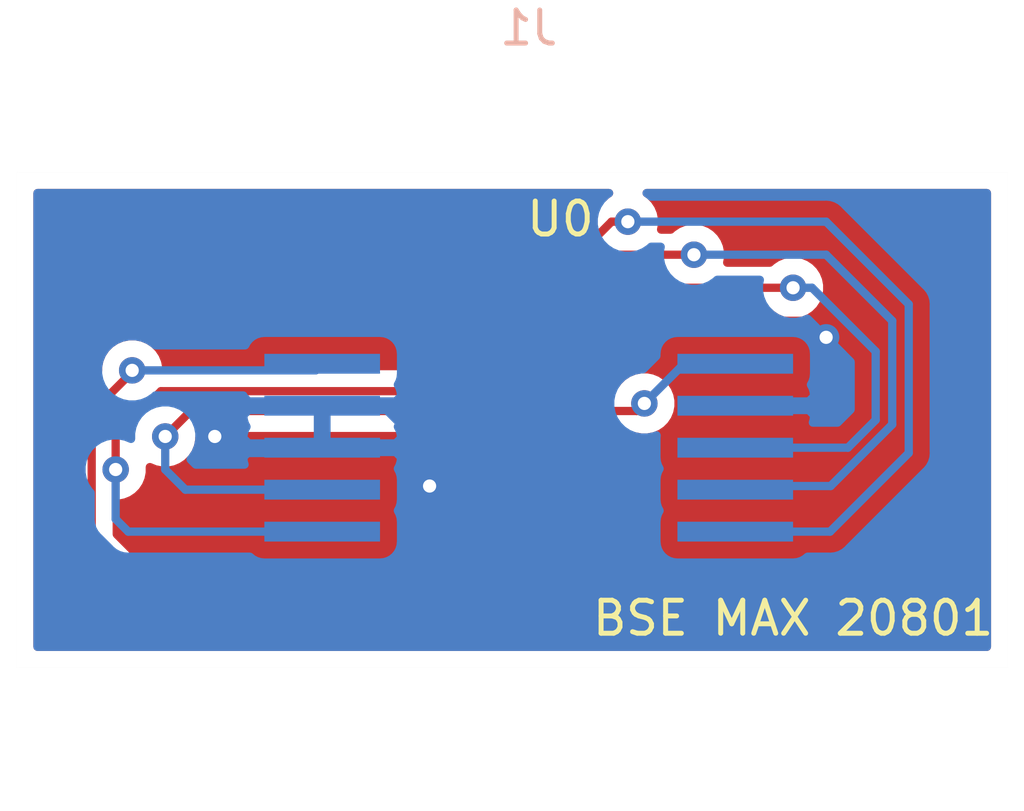
<source format=kicad_pcb>
(kicad_pcb (version 20171130) (host pcbnew "(5.1.10)-1")

  (general
    (thickness 1.6)
    (drawings 5)
    (tracks 84)
    (zones 0)
    (modules 2)
    (nets 9)
  )

  (page A4)
  (title_block
    (title "MAX 20801")
    (rev v01)
    (comment 4 "Author: BSE")
  )

  (layers
    (0 F.Cu signal)
    (31 B.Cu signal)
    (32 B.Adhes user)
    (33 F.Adhes user)
    (34 B.Paste user)
    (35 F.Paste user)
    (36 B.SilkS user)
    (37 F.SilkS user)
    (38 B.Mask user)
    (39 F.Mask user)
    (40 Dwgs.User user)
    (41 Cmts.User user)
    (42 Eco1.User user)
    (43 Eco2.User user)
    (44 Edge.Cuts user)
    (45 Margin user)
    (46 B.CrtYd user)
    (47 F.CrtYd user)
    (48 B.Fab user)
    (49 F.Fab user)
  )

  (setup
    (last_trace_width 0.25)
    (trace_clearance 0.2)
    (zone_clearance 0.508)
    (zone_45_only no)
    (trace_min 0.006)
    (via_size 0.8)
    (via_drill 0.4)
    (via_min_size 0.4)
    (via_min_drill 0.3)
    (uvia_size 0.3)
    (uvia_drill 0.1)
    (uvias_allowed no)
    (uvia_min_size 0.2)
    (uvia_min_drill 0.1)
    (edge_width 0.05)
    (segment_width 0.2)
    (pcb_text_width 0.3)
    (pcb_text_size 1.5 1.5)
    (mod_edge_width 0.12)
    (mod_text_size 1 1)
    (mod_text_width 0.15)
    (pad_size 1.524 1.524)
    (pad_drill 0.762)
    (pad_to_mask_clearance 0)
    (aux_axis_origin 0 0)
    (visible_elements 7FFFFFFF)
    (pcbplotparams
      (layerselection 0x010fc_ffffffff)
      (usegerberextensions true)
      (usegerberattributes true)
      (usegerberadvancedattributes true)
      (creategerberjobfile true)
      (excludeedgelayer true)
      (linewidth 0.100000)
      (plotframeref false)
      (viasonmask false)
      (mode 1)
      (useauxorigin false)
      (hpglpennumber 1)
      (hpglpenspeed 20)
      (hpglpendiameter 15.000000)
      (psnegative false)
      (psa4output false)
      (plotreference true)
      (plotvalue false)
      (plotinvisibletext false)
      (padsonsilk false)
      (subtractmaskfromsilk false)
      (outputformat 1)
      (mirror false)
      (drillshape 0)
      (scaleselection 1)
      (outputdirectory "gerbers/"))
  )

  (net 0 "")
  (net 1 "Net-(J1-Pad1)")
  (net 2 "Net-(J1-Pad10)")
  (net 3 "Net-(J1-Pad9)")
  (net 4 "Net-(J1-Pad2)")
  (net 5 GND)
  (net 6 "Net-(J1-Pad5)")
  (net 7 "Net-(J1-Pad8)")
  (net 8 "Net-(J1-Pad6)")

  (net_class Default "This is the default net class."
    (clearance 0.2)
    (trace_width 0.25)
    (via_dia 0.8)
    (via_drill 0.4)
    (uvia_dia 0.3)
    (uvia_drill 0.1)
    (add_net GND)
    (add_net "Net-(J1-Pad1)")
    (add_net "Net-(J1-Pad10)")
    (add_net "Net-(J1-Pad2)")
    (add_net "Net-(J1-Pad5)")
    (add_net "Net-(J1-Pad6)")
    (add_net "Net-(J1-Pad8)")
    (add_net "Net-(J1-Pad9)")
  )

  (module MAX20801:PinHeader (layer B.Cu) (tedit 6179E920) (tstamp 618C6802)
    (at 75.5 98.34)
    (path /617A6B1C)
    (fp_text reference J1 (at 0 -12.7) (layer B.SilkS)
      (effects (font (size 1 1) (thickness 0.15)) (justify mirror))
    )
    (fp_text value Conn_02x05_Counter_Clockwise (at 0 10.16) (layer B.Fab)
      (effects (font (size 1 1) (thickness 0.15)) (justify mirror))
    )
    (pad 1 smd rect (at -6.25 2.54) (size 3.5 0.6) (layers B.Cu B.Paste B.Mask)
      (net 1 "Net-(J1-Pad1)"))
    (pad 10 smd rect (at 6.25 2.54) (size 3.5 0.6) (layers B.Cu B.Paste B.Mask)
      (net 2 "Net-(J1-Pad10)"))
    (pad 9 smd rect (at 6.25 1.27) (size 3.5 0.6) (layers B.Cu B.Paste B.Mask)
      (net 3 "Net-(J1-Pad9)"))
    (pad 2 smd rect (at -6.25 1.27) (size 3.5 0.6) (layers B.Cu B.Paste B.Mask)
      (net 4 "Net-(J1-Pad2)"))
    (pad 3 smd rect (at -6.25 0) (size 3.5 0.6) (layers B.Cu B.Paste B.Mask)
      (net 5 GND))
    (pad 4 smd rect (at -6.25 -1.27) (size 3.5 0.6) (layers B.Cu B.Paste B.Mask)
      (net 5 GND))
    (pad 5 smd rect (at -6.25 -2.54) (size 3.5 0.6) (layers B.Cu B.Paste B.Mask)
      (net 6 "Net-(J1-Pad5)"))
    (pad 8 smd rect (at 6.25 0) (size 3.5 0.6) (layers B.Cu B.Paste B.Mask)
      (net 7 "Net-(J1-Pad8)"))
    (pad 7 smd rect (at 6.25 -1.27) (size 3.5 0.6) (layers B.Cu B.Paste B.Mask)
      (net 5 GND))
    (pad 6 smd rect (at 6.25 -2.54) (size 3.5 0.6) (layers B.Cu B.Paste B.Mask)
      (net 8 "Net-(J1-Pad6)"))
  )

  (module MAX20801:MAX20801 (layer F.Cu) (tedit 618C6594) (tstamp 618C6810)
    (at 79 96.5)
    (path /6163421A)
    (fp_text reference U0 (at -2.54 -5.08) (layer F.SilkS)
      (effects (font (size 1 1) (thickness 0.15)))
    )
    (fp_text value MAX20801 (at -2.54 7.62) (layer F.Fab)
      (effects (font (size 1 1) (thickness 0.15)))
    )
    (pad 10 smd rect (at -4.4735 -0.789) (size 1.213 0.962) (layers F.Cu F.Paste F.Mask)
      (net 2 "Net-(J1-Pad10)"))
    (pad 8 smd rect (at -2.0855 -0.789) (size 1.213 0.962) (layers F.Cu F.Paste F.Mask)
      (net 7 "Net-(J1-Pad8)"))
    (pad 9 smd rect (at -3.2795 -0.751) (size 0.625 1.038) (layers F.Cu F.Paste F.Mask)
      (net 3 "Net-(J1-Pad9)"))
    (pad 1 smd rect (at -4.561 0.1295) (size 1.038 0.325) (layers F.Cu F.Paste F.Mask)
      (net 1 "Net-(J1-Pad1)"))
    (pad 2 smd rect (at -4.561 0.7295) (size 1.038 0.325) (layers F.Cu F.Paste F.Mask)
      (net 4 "Net-(J1-Pad2)"))
    (pad 7 smd rect (at -1.999 0.1295) (size 1.038 0.325) (layers F.Cu F.Paste F.Mask)
      (net 5 GND))
    (pad 6 smd rect (at -1.999 0.7295) (size 1.038 0.325) (layers F.Cu F.Paste F.Mask)
      (net 8 "Net-(J1-Pad6)"))
    (pad 3 smd rect (at -4.4735 1.5795) (size 1.213 0.825) (layers F.Cu F.Paste F.Mask)
      (net 5 GND))
    (pad 4 smd rect (at -4.4735 3.6985) (size 1.213 2.862999) (layers F.Cu F.Paste F.Mask)
      (net 5 GND))
    (pad 5 smd rect (at -2.0865 3.1485) (size 1.213 3.963) (layers F.Cu F.Paste F.Mask)
      (net 6 "Net-(J1-Pad5)"))
  )

  (gr_text "BSE MAX 20801" (at 83.5 103.5) (layer F.SilkS)
    (effects (font (size 1 1) (thickness 0.15)))
  )
  (gr_line (start 60 90) (end 60 105) (layer Edge.Cuts) (width 0.001) (tstamp 6183220E))
  (gr_line (start 90 105) (end 60 105) (layer Edge.Cuts) (width 0.001))
  (gr_line (start 90 90) (end 90 105) (layer Edge.Cuts) (width 0.001))
  (gr_line (start 60 90) (end 90 90) (layer Edge.Cuts) (width 0.001))

  (segment (start 74.439 96.6295) (end 64.3705 96.6295) (width 0.25) (layer F.Cu) (net 1))
  (via (at 63 99) (size 0.8) (drill 0.4) (layers F.Cu B.Cu) (net 1))
  (segment (start 63 98) (end 63 99) (width 0.25) (layer F.Cu) (net 1))
  (segment (start 64.3705 96.6295) (end 63 98) (width 0.25) (layer F.Cu) (net 1))
  (segment (start 63 99) (end 63 100.5) (width 0.25) (layer B.Cu) (net 1))
  (segment (start 63.38 100.88) (end 69.25 100.88) (width 0.25) (layer B.Cu) (net 1))
  (segment (start 63 100.5) (end 63.38 100.88) (width 0.25) (layer B.Cu) (net 1))
  (segment (start 74.5265 94.98) (end 78.0065 91.5) (width 0.25) (layer F.Cu) (net 2))
  (segment (start 74.5265 95.711) (end 74.5265 94.98) (width 0.25) (layer F.Cu) (net 2))
  (via (at 78.5 91.5) (size 0.8) (drill 0.4) (layers F.Cu B.Cu) (net 2))
  (segment (start 78.0065 91.5) (end 78.5 91.5) (width 0.25) (layer F.Cu) (net 2))
  (segment (start 78.5 91.5) (end 84.5 91.5) (width 0.25) (layer B.Cu) (net 2))
  (segment (start 84.5 91.5) (end 87 94) (width 0.25) (layer B.Cu) (net 2))
  (segment (start 87 94) (end 87 98.5) (width 0.25) (layer B.Cu) (net 2))
  (segment (start 84.62 100.88) (end 81.75 100.88) (width 0.25) (layer B.Cu) (net 2))
  (segment (start 87 98.5) (end 84.62 100.88) (width 0.25) (layer B.Cu) (net 2))
  (via (at 80.5 92.5) (size 0.8) (drill 0.4) (layers F.Cu B.Cu) (net 3))
  (segment (start 78.2005 92.5) (end 80.5 92.5) (width 0.25) (layer F.Cu) (net 3))
  (segment (start 75.7205 94.98) (end 78.2005 92.5) (width 0.25) (layer F.Cu) (net 3))
  (segment (start 75.7205 95.749) (end 75.7205 94.98) (width 0.25) (layer F.Cu) (net 3))
  (segment (start 80.5 92.5) (end 84.5 92.5) (width 0.25) (layer B.Cu) (net 3))
  (segment (start 84.5 92.5) (end 86.5 94.5) (width 0.25) (layer B.Cu) (net 3))
  (segment (start 86.5 97.63641) (end 84.63641 99.5) (width 0.25) (layer B.Cu) (net 3))
  (segment (start 86.5 94.5) (end 86.5 97.63641) (width 0.25) (layer B.Cu) (net 3))
  (segment (start 81.86 99.5) (end 81.75 99.61) (width 0.25) (layer B.Cu) (net 3))
  (segment (start 84.63641 99.5) (end 81.86 99.5) (width 0.25) (layer B.Cu) (net 3))
  (segment (start 74.439 97.2295) (end 65.2705 97.2295) (width 0.25) (layer F.Cu) (net 4))
  (via (at 64.5 98) (size 0.8) (drill 0.4) (layers F.Cu B.Cu) (net 4))
  (segment (start 65.2705 97.2295) (end 64.5 98) (width 0.25) (layer F.Cu) (net 4))
  (segment (start 65.11 99.61) (end 69.25 99.61) (width 0.25) (layer B.Cu) (net 4))
  (segment (start 64.5 99) (end 65.11 99.61) (width 0.25) (layer B.Cu) (net 4))
  (segment (start 64.5 98) (end 64.5 99) (width 0.25) (layer B.Cu) (net 4))
  (segment (start 66.0795 98.0795) (end 66 98) (width 0.25) (layer F.Cu) (net 5))
  (via (at 66 98) (size 0.8) (drill 0.4) (layers F.Cu B.Cu) (net 5))
  (segment (start 74.5265 98.0795) (end 66.0795 98.0795) (width 0.25) (layer F.Cu) (net 5))
  (segment (start 66 98) (end 66.5 98.5) (width 0.25) (layer B.Cu) (net 5))
  (segment (start 69.09 98.5) (end 69.25 98.34) (width 0.25) (layer B.Cu) (net 5))
  (segment (start 66.5 98.5) (end 69.09 98.5) (width 0.25) (layer B.Cu) (net 5))
  (segment (start 74.5265 100.1985) (end 73.1985 100.1985) (width 0.25) (layer F.Cu) (net 5))
  (via (at 72.5 99.5) (size 0.8) (drill 0.4) (layers F.Cu B.Cu) (net 5))
  (segment (start 73.1985 100.1985) (end 72.5 99.5) (width 0.25) (layer F.Cu) (net 5))
  (segment (start 72.5 99.5) (end 72 99) (width 0.25) (layer B.Cu) (net 5))
  (segment (start 72 99) (end 72 98) (width 0.25) (layer B.Cu) (net 5))
  (segment (start 71.07 97.07) (end 69.25 97.07) (width 0.25) (layer B.Cu) (net 5))
  (segment (start 72 98) (end 71.07 97.07) (width 0.25) (layer B.Cu) (net 5))
  (segment (start 77.001 96.6295) (end 77.8705 96.6295) (width 0.25) (layer F.Cu) (net 5))
  (segment (start 77.8705 96.6295) (end 79 95.5) (width 0.25) (layer F.Cu) (net 5))
  (segment (start 79 95.5) (end 80 94.5) (width 0.25) (layer F.Cu) (net 5))
  (segment (start 80 94.5) (end 82.5 94.5) (width 0.25) (layer F.Cu) (net 5))
  (via (at 84.5 95) (size 0.8) (drill 0.4) (layers F.Cu B.Cu) (net 5))
  (segment (start 84 94.5) (end 84.5 95) (width 0.25) (layer F.Cu) (net 5))
  (segment (start 82.5 94.5) (end 84 94.5) (width 0.25) (layer F.Cu) (net 5))
  (segment (start 84.5 95) (end 85 95.5) (width 0.25) (layer B.Cu) (net 5))
  (segment (start 85 95.5) (end 85 96) (width 0.25) (layer B.Cu) (net 5))
  (segment (start 83.93 97.07) (end 81.75 97.07) (width 0.25) (layer B.Cu) (net 5))
  (segment (start 85 96) (end 83.93 97.07) (width 0.25) (layer B.Cu) (net 5))
  (segment (start 76.334498 96.6295) (end 77.001 96.6295) (width 0.25) (layer F.Cu) (net 5))
  (segment (start 74.884498 98.0795) (end 76.334498 96.6295) (width 0.25) (layer F.Cu) (net 5))
  (segment (start 74.5265 98.0795) (end 74.884498 98.0795) (width 0.25) (layer F.Cu) (net 5))
  (segment (start 74.5265 100.1985) (end 74.5265 98.0795) (width 0.25) (layer F.Cu) (net 5))
  (segment (start 76.9135 101.88) (end 75.2935 103.5) (width 0.25) (layer F.Cu) (net 6))
  (segment (start 76.9135 99.6485) (end 76.9135 101.88) (width 0.25) (layer F.Cu) (net 6))
  (segment (start 75.2935 103.5) (end 64.5 103.5) (width 0.25) (layer F.Cu) (net 6))
  (segment (start 62.274999 101.274999) (end 62.274999 97.274999) (width 0.25) (layer F.Cu) (net 6))
  (segment (start 64.5 103.5) (end 62.274999 101.274999) (width 0.25) (layer F.Cu) (net 6))
  (via (at 63.5 96) (size 0.8) (drill 0.4) (layers F.Cu B.Cu) (net 6))
  (segment (start 63.5 96.049998) (end 63.5 96) (width 0.25) (layer F.Cu) (net 6))
  (segment (start 62.274999 97.274999) (end 63.5 96.049998) (width 0.25) (layer F.Cu) (net 6))
  (segment (start 69.05 96) (end 69.25 95.8) (width 0.25) (layer B.Cu) (net 6))
  (segment (start 63.5 96) (end 69.05 96) (width 0.25) (layer B.Cu) (net 6))
  (segment (start 76.9145 95.711) (end 77.289 95.711) (width 0.25) (layer F.Cu) (net 7))
  (via (at 83.5 93.5) (size 0.8) (drill 0.4) (layers F.Cu B.Cu) (net 7))
  (segment (start 79.5 93.5) (end 83.5 93.5) (width 0.25) (layer F.Cu) (net 7))
  (segment (start 77.289 95.711) (end 79.5 93.5) (width 0.25) (layer F.Cu) (net 7))
  (segment (start 84.073002 93.5) (end 86 95.426998) (width 0.25) (layer B.Cu) (net 7))
  (segment (start 83.5 93.5) (end 84.073002 93.5) (width 0.25) (layer B.Cu) (net 7))
  (segment (start 86 95.426998) (end 86 97.5) (width 0.25) (layer B.Cu) (net 7))
  (segment (start 85.16 98.34) (end 81.75 98.34) (width 0.25) (layer B.Cu) (net 7))
  (segment (start 86 97.5) (end 85.16 98.34) (width 0.25) (layer B.Cu) (net 7))
  (via (at 79 97) (size 0.8) (drill 0.4) (layers F.Cu B.Cu) (net 8))
  (segment (start 78.7705 97.2295) (end 79 97) (width 0.25) (layer F.Cu) (net 8))
  (segment (start 77.001 97.2295) (end 78.7705 97.2295) (width 0.25) (layer F.Cu) (net 8))
  (segment (start 80.2 95.8) (end 81.75 95.8) (width 0.25) (layer B.Cu) (net 8))
  (segment (start 79 97) (end 80.2 95.8) (width 0.25) (layer B.Cu) (net 8))

  (zone (net 5) (net_name GND) (layer F.Cu) (tstamp 0) (hatch edge 0.508)
    (connect_pads (clearance 0.508))
    (min_thickness 0.254)
    (fill yes (arc_segments 32) (thermal_gap 0.508) (thermal_bridge_width 0.508))
    (polygon
      (pts
        (xy 90.5 105.5) (xy 59.5 105.5) (xy 59.5 89.5) (xy 90.5 89.5)
      )
    )
    (filled_polygon
      (pts
        (xy 77.840226 90.696063) (xy 77.753845 90.782444) (xy 77.714253 90.794454) (xy 77.582224 90.865026) (xy 77.466499 90.959999)
        (xy 77.442701 90.988997) (xy 74.015498 94.416201) (xy 73.9865 94.439999) (xy 73.962702 94.468997) (xy 73.962701 94.468998)
        (xy 73.891526 94.555724) (xy 73.869517 94.5969) (xy 73.795518 94.604188) (xy 73.67582 94.640498) (xy 73.565506 94.699463)
        (xy 73.468815 94.778815) (xy 73.389463 94.875506) (xy 73.330498 94.98582) (xy 73.294188 95.105518) (xy 73.281928 95.23)
        (xy 73.281928 95.8695) (xy 64.529319 95.8695) (xy 64.495226 95.698102) (xy 64.417205 95.509744) (xy 64.303937 95.340226)
        (xy 64.159774 95.196063) (xy 63.990256 95.082795) (xy 63.801898 95.004774) (xy 63.601939 94.965) (xy 63.398061 94.965)
        (xy 63.198102 95.004774) (xy 63.009744 95.082795) (xy 62.840226 95.196063) (xy 62.696063 95.340226) (xy 62.582795 95.509744)
        (xy 62.504774 95.698102) (xy 62.465 95.898061) (xy 62.465 96.010196) (xy 61.763997 96.7112) (xy 61.734999 96.734998)
        (xy 61.711201 96.763996) (xy 61.7112 96.763997) (xy 61.640025 96.850723) (xy 61.569453 96.982753) (xy 61.525997 97.126014)
        (xy 61.511323 97.274999) (xy 61.515 97.312331) (xy 61.514999 101.237676) (xy 61.511323 101.274999) (xy 61.514999 101.312321)
        (xy 61.514999 101.312331) (xy 61.525996 101.423984) (xy 61.569453 101.567245) (xy 61.640025 101.699275) (xy 61.666073 101.731014)
        (xy 61.734998 101.815) (xy 61.764002 101.838803) (xy 63.936201 104.011003) (xy 63.959999 104.040001) (xy 63.988997 104.063799)
        (xy 64.075724 104.134974) (xy 64.207753 104.205546) (xy 64.351014 104.249003) (xy 64.5 104.263677) (xy 64.537333 104.26)
        (xy 75.256178 104.26) (xy 75.2935 104.263676) (xy 75.330822 104.26) (xy 75.330833 104.26) (xy 75.442486 104.249003)
        (xy 75.585747 104.205546) (xy 75.717776 104.134974) (xy 75.833501 104.040001) (xy 75.857304 104.010997) (xy 77.424503 102.443799)
        (xy 77.453501 102.420001) (xy 77.479832 102.387917) (xy 77.548474 102.304277) (xy 77.570484 102.2631) (xy 77.644482 102.255812)
        (xy 77.76418 102.219502) (xy 77.874494 102.160537) (xy 77.971185 102.081185) (xy 78.050537 101.984494) (xy 78.109502 101.87418)
        (xy 78.145812 101.754482) (xy 78.158072 101.63) (xy 78.158072 97.9895) (xy 78.684278 97.9895) (xy 78.698102 97.995226)
        (xy 78.898061 98.035) (xy 79.101939 98.035) (xy 79.301898 97.995226) (xy 79.490256 97.917205) (xy 79.659774 97.803937)
        (xy 79.803937 97.659774) (xy 79.917205 97.490256) (xy 79.995226 97.301898) (xy 80.035 97.101939) (xy 80.035 96.898061)
        (xy 79.995226 96.698102) (xy 79.917205 96.509744) (xy 79.803937 96.340226) (xy 79.659774 96.196063) (xy 79.490256 96.082795)
        (xy 79.301898 96.004774) (xy 79.101939 95.965) (xy 78.898061 95.965) (xy 78.698102 96.004774) (xy 78.509744 96.082795)
        (xy 78.340226 96.196063) (xy 78.196063 96.340226) (xy 78.151792 96.406483) (xy 78.143337 96.330666) (xy 78.142909 96.329347)
        (xy 78.146812 96.316482) (xy 78.159072 96.192) (xy 78.159072 95.915729) (xy 79.814802 94.26) (xy 82.796289 94.26)
        (xy 82.840226 94.303937) (xy 83.009744 94.417205) (xy 83.198102 94.495226) (xy 83.398061 94.535) (xy 83.601939 94.535)
        (xy 83.801898 94.495226) (xy 83.990256 94.417205) (xy 84.159774 94.303937) (xy 84.303937 94.159774) (xy 84.417205 93.990256)
        (xy 84.495226 93.801898) (xy 84.535 93.601939) (xy 84.535 93.398061) (xy 84.495226 93.198102) (xy 84.417205 93.009744)
        (xy 84.303937 92.840226) (xy 84.159774 92.696063) (xy 83.990256 92.582795) (xy 83.801898 92.504774) (xy 83.601939 92.465)
        (xy 83.398061 92.465) (xy 83.198102 92.504774) (xy 83.009744 92.582795) (xy 82.840226 92.696063) (xy 82.796289 92.74)
        (xy 81.507538 92.74) (xy 81.535 92.601939) (xy 81.535 92.398061) (xy 81.495226 92.198102) (xy 81.417205 92.009744)
        (xy 81.303937 91.840226) (xy 81.159774 91.696063) (xy 80.990256 91.582795) (xy 80.801898 91.504774) (xy 80.601939 91.465)
        (xy 80.398061 91.465) (xy 80.198102 91.504774) (xy 80.009744 91.582795) (xy 79.840226 91.696063) (xy 79.796289 91.74)
        (xy 79.507538 91.74) (xy 79.535 91.601939) (xy 79.535 91.398061) (xy 79.495226 91.198102) (xy 79.417205 91.009744)
        (xy 79.303937 90.840226) (xy 79.159774 90.696063) (xy 79.069135 90.6355) (xy 89.3645 90.6355) (xy 89.364501 104.3645)
        (xy 60.6355 104.3645) (xy 60.6355 90.6355) (xy 77.930865 90.6355)
      )
    )
    (filled_polygon
      (pts
        (xy 73.795518 98.017812) (xy 73.92 98.030072) (xy 74.6735 98.030072) (xy 74.6735 98.2065) (xy 74.6535 98.2065)
        (xy 74.6535 100.0715) (xy 74.6735 100.0715) (xy 74.6735 100.3255) (xy 74.6535 100.3255) (xy 74.6535 102.106249)
        (xy 74.81225 102.264999) (xy 75.133 102.268071) (xy 75.257482 102.255811) (xy 75.37718 102.219501) (xy 75.487494 102.160536)
        (xy 75.584185 102.081184) (xy 75.663537 101.984493) (xy 75.72 101.87886) (xy 75.761743 101.956955) (xy 74.978699 102.74)
        (xy 64.814802 102.74) (xy 63.704801 101.629999) (xy 73.281928 101.629999) (xy 73.294188 101.754481) (xy 73.330498 101.874179)
        (xy 73.389463 101.984493) (xy 73.468815 102.081184) (xy 73.565506 102.160536) (xy 73.67582 102.219501) (xy 73.795518 102.255811)
        (xy 73.92 102.268071) (xy 74.24075 102.264999) (xy 74.3995 102.106249) (xy 74.3995 100.3255) (xy 73.44375 100.3255)
        (xy 73.285 100.48425) (xy 73.281928 101.629999) (xy 63.704801 101.629999) (xy 63.034999 100.960198) (xy 63.034999 100.035)
        (xy 63.101939 100.035) (xy 63.301898 99.995226) (xy 63.490256 99.917205) (xy 63.659774 99.803937) (xy 63.803937 99.659774)
        (xy 63.917205 99.490256) (xy 63.995226 99.301898) (xy 64.035 99.101939) (xy 64.035 98.927666) (xy 64.198102 98.995226)
        (xy 64.398061 99.035) (xy 64.601939 99.035) (xy 64.801898 98.995226) (xy 64.990256 98.917205) (xy 65.159774 98.803937)
        (xy 65.303937 98.659774) (xy 65.416039 98.492) (xy 73.281928 98.492) (xy 73.294188 98.616482) (xy 73.298137 98.629501)
        (xy 73.294188 98.642519) (xy 73.281928 98.767001) (xy 73.285 99.91275) (xy 73.44375 100.0715) (xy 74.3995 100.0715)
        (xy 74.3995 98.2065) (xy 74.315249 98.2065) (xy 74.24075 98.132001) (xy 73.92 98.128929) (xy 73.795518 98.141189)
        (xy 73.67582 98.177499) (xy 73.621564 98.2065) (xy 73.44375 98.2065) (xy 73.285 98.36525) (xy 73.281928 98.492)
        (xy 65.416039 98.492) (xy 65.417205 98.490256) (xy 65.495226 98.301898) (xy 65.535 98.101939) (xy 65.535 98.039802)
        (xy 65.585302 97.9895) (xy 73.702186 97.9895)
      )
    )
  )
  (zone (net 5) (net_name GND) (layer B.Cu) (tstamp 0) (hatch edge 0.508)
    (connect_pads (clearance 0.508))
    (min_thickness 0.254)
    (fill yes (arc_segments 32) (thermal_gap 0.508) (thermal_bridge_width 0.508))
    (polygon
      (pts
        (xy 90.5 105.5) (xy 59.5 105.5) (xy 59.5 89.5) (xy 90.5 89.5)
      )
    )
    (filled_polygon
      (pts
        (xy 77.840226 90.696063) (xy 77.696063 90.840226) (xy 77.582795 91.009744) (xy 77.504774 91.198102) (xy 77.465 91.398061)
        (xy 77.465 91.601939) (xy 77.504774 91.801898) (xy 77.582795 91.990256) (xy 77.696063 92.159774) (xy 77.840226 92.303937)
        (xy 78.009744 92.417205) (xy 78.198102 92.495226) (xy 78.398061 92.535) (xy 78.601939 92.535) (xy 78.801898 92.495226)
        (xy 78.990256 92.417205) (xy 79.159774 92.303937) (xy 79.203711 92.26) (xy 79.492462 92.26) (xy 79.465 92.398061)
        (xy 79.465 92.601939) (xy 79.504774 92.801898) (xy 79.582795 92.990256) (xy 79.696063 93.159774) (xy 79.840226 93.303937)
        (xy 80.009744 93.417205) (xy 80.198102 93.495226) (xy 80.398061 93.535) (xy 80.601939 93.535) (xy 80.801898 93.495226)
        (xy 80.990256 93.417205) (xy 81.159774 93.303937) (xy 81.203711 93.26) (xy 82.492462 93.26) (xy 82.465 93.398061)
        (xy 82.465 93.601939) (xy 82.504774 93.801898) (xy 82.582795 93.990256) (xy 82.696063 94.159774) (xy 82.840226 94.303937)
        (xy 83.009744 94.417205) (xy 83.198102 94.495226) (xy 83.398061 94.535) (xy 83.601939 94.535) (xy 83.801898 94.495226)
        (xy 83.937329 94.439128) (xy 85.24 95.7418) (xy 85.240001 97.185197) (xy 84.845198 97.58) (xy 84.09987 97.58)
        (xy 84.125812 97.494482) (xy 84.138072 97.37) (xy 84.135 97.35575) (xy 83.97625 97.197) (xy 81.877 97.197)
        (xy 81.877 97.217) (xy 81.623 97.217) (xy 81.623 97.197) (xy 81.603 97.197) (xy 81.603 96.943)
        (xy 81.623 96.943) (xy 81.623 96.923) (xy 81.877 96.923) (xy 81.877 96.943) (xy 83.97625 96.943)
        (xy 84.135 96.78425) (xy 84.138072 96.77) (xy 84.125812 96.645518) (xy 84.089502 96.52582) (xy 84.040957 96.435)
        (xy 84.089502 96.34418) (xy 84.125812 96.224482) (xy 84.138072 96.1) (xy 84.138072 95.5) (xy 84.125812 95.375518)
        (xy 84.089502 95.25582) (xy 84.030537 95.145506) (xy 83.951185 95.048815) (xy 83.854494 94.969463) (xy 83.74418 94.910498)
        (xy 83.624482 94.874188) (xy 83.5 94.861928) (xy 80 94.861928) (xy 79.875518 94.874188) (xy 79.75582 94.910498)
        (xy 79.645506 94.969463) (xy 79.548815 95.048815) (xy 79.469463 95.145506) (xy 79.410498 95.25582) (xy 79.374188 95.375518)
        (xy 79.361928 95.5) (xy 79.361928 95.56327) (xy 78.960199 95.965) (xy 78.898061 95.965) (xy 78.698102 96.004774)
        (xy 78.509744 96.082795) (xy 78.340226 96.196063) (xy 78.196063 96.340226) (xy 78.082795 96.509744) (xy 78.004774 96.698102)
        (xy 77.965 96.898061) (xy 77.965 97.101939) (xy 78.004774 97.301898) (xy 78.082795 97.490256) (xy 78.196063 97.659774)
        (xy 78.340226 97.803937) (xy 78.509744 97.917205) (xy 78.698102 97.995226) (xy 78.898061 98.035) (xy 79.101939 98.035)
        (xy 79.301898 97.995226) (xy 79.369078 97.967399) (xy 79.361928 98.04) (xy 79.361928 98.64) (xy 79.374188 98.764482)
        (xy 79.410498 98.88418) (xy 79.459043 98.975) (xy 79.410498 99.06582) (xy 79.374188 99.185518) (xy 79.361928 99.31)
        (xy 79.361928 99.91) (xy 79.374188 100.034482) (xy 79.410498 100.15418) (xy 79.459043 100.245) (xy 79.410498 100.33582)
        (xy 79.374188 100.455518) (xy 79.361928 100.58) (xy 79.361928 101.18) (xy 79.374188 101.304482) (xy 79.410498 101.42418)
        (xy 79.469463 101.534494) (xy 79.548815 101.631185) (xy 79.645506 101.710537) (xy 79.75582 101.769502) (xy 79.875518 101.805812)
        (xy 80 101.818072) (xy 83.5 101.818072) (xy 83.624482 101.805812) (xy 83.74418 101.769502) (xy 83.854494 101.710537)
        (xy 83.940444 101.64) (xy 84.582678 101.64) (xy 84.62 101.643676) (xy 84.657322 101.64) (xy 84.657333 101.64)
        (xy 84.768986 101.629003) (xy 84.912247 101.585546) (xy 85.044276 101.514974) (xy 85.160001 101.420001) (xy 85.183804 101.390997)
        (xy 87.511003 99.063799) (xy 87.540001 99.040001) (xy 87.634974 98.924276) (xy 87.705546 98.792247) (xy 87.749003 98.648986)
        (xy 87.76 98.537333) (xy 87.76 98.537324) (xy 87.763676 98.500001) (xy 87.76 98.462678) (xy 87.76 94.037323)
        (xy 87.763676 94) (xy 87.76 93.962677) (xy 87.76 93.962667) (xy 87.749003 93.851014) (xy 87.705546 93.707753)
        (xy 87.674134 93.648986) (xy 87.634974 93.575723) (xy 87.563799 93.488997) (xy 87.540001 93.459999) (xy 87.511004 93.436202)
        (xy 85.063804 90.989003) (xy 85.040001 90.959999) (xy 84.924276 90.865026) (xy 84.792247 90.794454) (xy 84.648986 90.750997)
        (xy 84.537333 90.74) (xy 84.537322 90.74) (xy 84.5 90.736324) (xy 84.462678 90.74) (xy 79.203711 90.74)
        (xy 79.159774 90.696063) (xy 79.069135 90.6355) (xy 89.3645 90.6355) (xy 89.364501 104.3645) (xy 60.6355 104.3645)
        (xy 60.6355 98.898061) (xy 61.965 98.898061) (xy 61.965 99.101939) (xy 62.004774 99.301898) (xy 62.082795 99.490256)
        (xy 62.196063 99.659774) (xy 62.24 99.703711) (xy 62.240001 100.462668) (xy 62.236324 100.5) (xy 62.250998 100.648985)
        (xy 62.294454 100.792246) (xy 62.365026 100.924276) (xy 62.436201 101.011002) (xy 62.46 101.040001) (xy 62.488998 101.063799)
        (xy 62.816196 101.390997) (xy 62.839999 101.420001) (xy 62.955724 101.514974) (xy 63.087753 101.585546) (xy 63.231014 101.629003)
        (xy 63.342667 101.64) (xy 63.342676 101.64) (xy 63.379999 101.643676) (xy 63.417322 101.64) (xy 67.059556 101.64)
        (xy 67.145506 101.710537) (xy 67.25582 101.769502) (xy 67.375518 101.805812) (xy 67.5 101.818072) (xy 71 101.818072)
        (xy 71.124482 101.805812) (xy 71.24418 101.769502) (xy 71.354494 101.710537) (xy 71.451185 101.631185) (xy 71.530537 101.534494)
        (xy 71.589502 101.42418) (xy 71.625812 101.304482) (xy 71.638072 101.18) (xy 71.638072 100.58) (xy 71.625812 100.455518)
        (xy 71.589502 100.33582) (xy 71.540957 100.245) (xy 71.589502 100.15418) (xy 71.625812 100.034482) (xy 71.638072 99.91)
        (xy 71.638072 99.31) (xy 71.625812 99.185518) (xy 71.589502 99.06582) (xy 71.540957 98.975) (xy 71.589502 98.88418)
        (xy 71.625812 98.764482) (xy 71.638072 98.64) (xy 71.635 98.62575) (xy 71.47625 98.467) (xy 69.377 98.467)
        (xy 69.377 98.487) (xy 69.123 98.487) (xy 69.123 98.467) (xy 67.02375 98.467) (xy 66.865 98.62575)
        (xy 66.861928 98.64) (xy 66.874188 98.764482) (xy 66.90013 98.85) (xy 65.424802 98.85) (xy 65.269256 98.694455)
        (xy 65.303937 98.659774) (xy 65.417205 98.490256) (xy 65.495226 98.301898) (xy 65.535 98.101939) (xy 65.535 97.898061)
        (xy 65.495226 97.698102) (xy 65.417205 97.509744) (xy 65.323832 97.37) (xy 66.861928 97.37) (xy 66.874188 97.494482)
        (xy 66.910498 97.61418) (xy 66.959043 97.705) (xy 66.910498 97.79582) (xy 66.874188 97.915518) (xy 66.861928 98.04)
        (xy 66.865 98.05425) (xy 67.02375 98.213) (xy 69.123 98.213) (xy 69.123 97.197) (xy 69.377 97.197)
        (xy 69.377 98.213) (xy 71.47625 98.213) (xy 71.635 98.05425) (xy 71.638072 98.04) (xy 71.625812 97.915518)
        (xy 71.589502 97.79582) (xy 71.540957 97.705) (xy 71.589502 97.61418) (xy 71.625812 97.494482) (xy 71.638072 97.37)
        (xy 71.635 97.35575) (xy 71.47625 97.197) (xy 69.377 97.197) (xy 69.123 97.197) (xy 67.02375 97.197)
        (xy 66.865 97.35575) (xy 66.861928 97.37) (xy 65.323832 97.37) (xy 65.303937 97.340226) (xy 65.159774 97.196063)
        (xy 64.990256 97.082795) (xy 64.801898 97.004774) (xy 64.601939 96.965) (xy 64.398061 96.965) (xy 64.198102 97.004774)
        (xy 64.009744 97.082795) (xy 63.840226 97.196063) (xy 63.696063 97.340226) (xy 63.582795 97.509744) (xy 63.504774 97.698102)
        (xy 63.465 97.898061) (xy 63.465 98.072334) (xy 63.301898 98.004774) (xy 63.101939 97.965) (xy 62.898061 97.965)
        (xy 62.698102 98.004774) (xy 62.509744 98.082795) (xy 62.340226 98.196063) (xy 62.196063 98.340226) (xy 62.082795 98.509744)
        (xy 62.004774 98.698102) (xy 61.965 98.898061) (xy 60.6355 98.898061) (xy 60.6355 95.898061) (xy 62.465 95.898061)
        (xy 62.465 96.101939) (xy 62.504774 96.301898) (xy 62.582795 96.490256) (xy 62.696063 96.659774) (xy 62.840226 96.803937)
        (xy 63.009744 96.917205) (xy 63.198102 96.995226) (xy 63.398061 97.035) (xy 63.601939 97.035) (xy 63.801898 96.995226)
        (xy 63.990256 96.917205) (xy 64.159774 96.803937) (xy 64.203711 96.76) (xy 66.862913 96.76) (xy 66.861928 96.77)
        (xy 66.865 96.78425) (xy 67.02375 96.943) (xy 69.123 96.943) (xy 69.123 96.923) (xy 69.377 96.923)
        (xy 69.377 96.943) (xy 71.47625 96.943) (xy 71.635 96.78425) (xy 71.638072 96.77) (xy 71.625812 96.645518)
        (xy 71.589502 96.52582) (xy 71.540957 96.435) (xy 71.589502 96.34418) (xy 71.625812 96.224482) (xy 71.638072 96.1)
        (xy 71.638072 95.5) (xy 71.625812 95.375518) (xy 71.589502 95.25582) (xy 71.530537 95.145506) (xy 71.451185 95.048815)
        (xy 71.354494 94.969463) (xy 71.24418 94.910498) (xy 71.124482 94.874188) (xy 71 94.861928) (xy 67.5 94.861928)
        (xy 67.375518 94.874188) (xy 67.25582 94.910498) (xy 67.145506 94.969463) (xy 67.048815 95.048815) (xy 66.969463 95.145506)
        (xy 66.918954 95.24) (xy 64.203711 95.24) (xy 64.159774 95.196063) (xy 63.990256 95.082795) (xy 63.801898 95.004774)
        (xy 63.601939 94.965) (xy 63.398061 94.965) (xy 63.198102 95.004774) (xy 63.009744 95.082795) (xy 62.840226 95.196063)
        (xy 62.696063 95.340226) (xy 62.582795 95.509744) (xy 62.504774 95.698102) (xy 62.465 95.898061) (xy 60.6355 95.898061)
        (xy 60.6355 90.6355) (xy 77.930865 90.6355)
      )
    )
  )
)

</source>
